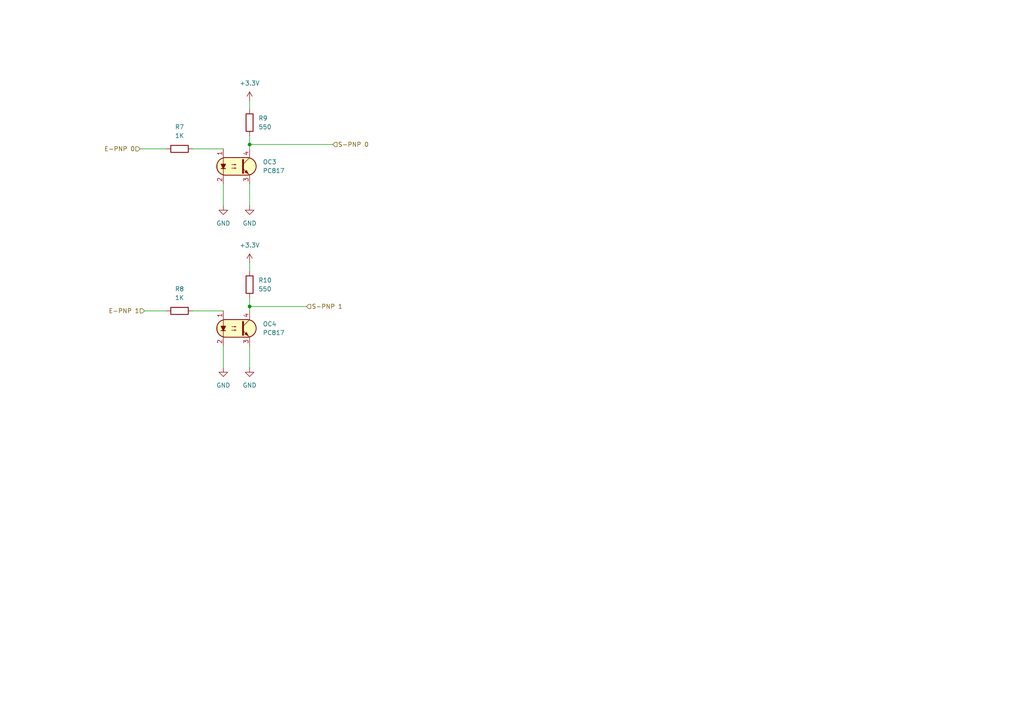
<source format=kicad_sch>
(kicad_sch
	(version 20250114)
	(generator "eeschema")
	(generator_version "9.0")
	(uuid "131ca4c2-cc48-45b8-a492-2a04ad9664dd")
	(paper "A4")
	(lib_symbols
		(symbol "Device:R"
			(pin_numbers
				(hide yes)
			)
			(pin_names
				(offset 0)
			)
			(exclude_from_sim no)
			(in_bom yes)
			(on_board yes)
			(property "Reference" "R"
				(at 2.032 0 90)
				(effects
					(font
						(size 1.27 1.27)
					)
				)
			)
			(property "Value" "R"
				(at 0 0 90)
				(effects
					(font
						(size 1.27 1.27)
					)
				)
			)
			(property "Footprint" ""
				(at -1.778 0 90)
				(effects
					(font
						(size 1.27 1.27)
					)
					(hide yes)
				)
			)
			(property "Datasheet" "~"
				(at 0 0 0)
				(effects
					(font
						(size 1.27 1.27)
					)
					(hide yes)
				)
			)
			(property "Description" "Resistor"
				(at 0 0 0)
				(effects
					(font
						(size 1.27 1.27)
					)
					(hide yes)
				)
			)
			(property "ki_keywords" "R res resistor"
				(at 0 0 0)
				(effects
					(font
						(size 1.27 1.27)
					)
					(hide yes)
				)
			)
			(property "ki_fp_filters" "R_*"
				(at 0 0 0)
				(effects
					(font
						(size 1.27 1.27)
					)
					(hide yes)
				)
			)
			(symbol "R_0_1"
				(rectangle
					(start -1.016 -2.54)
					(end 1.016 2.54)
					(stroke
						(width 0.254)
						(type default)
					)
					(fill
						(type none)
					)
				)
			)
			(symbol "R_1_1"
				(pin passive line
					(at 0 3.81 270)
					(length 1.27)
					(name "~"
						(effects
							(font
								(size 1.27 1.27)
							)
						)
					)
					(number "1"
						(effects
							(font
								(size 1.27 1.27)
							)
						)
					)
				)
				(pin passive line
					(at 0 -3.81 90)
					(length 1.27)
					(name "~"
						(effects
							(font
								(size 1.27 1.27)
							)
						)
					)
					(number "2"
						(effects
							(font
								(size 1.27 1.27)
							)
						)
					)
				)
			)
			(embedded_fonts no)
		)
		(symbol "PCM_Optocoupler_AKL:PC817"
			(pin_names
				(offset 1.016)
			)
			(exclude_from_sim no)
			(in_bom yes)
			(on_board yes)
			(property "Reference" "OC"
				(at 6.35 1.27 0)
				(effects
					(font
						(size 1.27 1.27)
					)
					(justify left)
				)
			)
			(property "Value" "PC817"
				(at 6.35 -1.27 0)
				(effects
					(font
						(size 1.27 1.27)
					)
					(justify left)
				)
			)
			(property "Footprint" "PCM_Package_DIP_AKL:DIP-4_W7.62mm_LongPads"
				(at 6.35 1.27 0)
				(effects
					(font
						(size 1.27 1.27)
						(italic yes)
					)
					(justify left)
					(hide yes)
				)
			)
			(property "Datasheet" "https://www.tme.eu/Document/7534c9f89aa4b1eba4ec90182e378328/PC817_2_3_47.pdf"
				(at 0 0 0)
				(effects
					(font
						(size 1.27 1.27)
					)
					(justify left)
					(hide yes)
				)
			)
			(property "Description" "DIP-4 Optocoupler, Transistor output, 5kV, 4us, Alternate KiCAD Library"
				(at 0 0 0)
				(effects
					(font
						(size 1.27 1.27)
					)
					(hide yes)
				)
			)
			(property "ki_keywords" "NPN Optocoupler transistor output PC817"
				(at 0 0 0)
				(effects
					(font
						(size 1.27 1.27)
					)
					(hide yes)
				)
			)
			(property "ki_fp_filters" "DIP*W7.62mm*"
				(at 0 0 0)
				(effects
					(font
						(size 1.27 1.27)
					)
					(hide yes)
				)
			)
			(symbol "PC817_0_1"
				(polyline
					(pts
						(xy -4.445 -0.635) (xy -3.175 -0.635)
					)
					(stroke
						(width 0.254)
						(type default)
					)
					(fill
						(type none)
					)
				)
				(polyline
					(pts
						(xy -3.81 -0.635) (xy -4.445 0.635) (xy -3.175 0.635) (xy -3.81 -0.635)
					)
					(stroke
						(width 0.254)
						(type default)
					)
					(fill
						(type outline)
					)
				)
				(polyline
					(pts
						(xy -3.81 -2.54) (xy -3.81 -1.27) (xy -3.81 2.54)
					)
					(stroke
						(width 0.1524)
						(type default)
					)
					(fill
						(type none)
					)
				)
				(polyline
					(pts
						(xy -3.175 2.54) (xy 3.175 2.54)
					)
					(stroke
						(width 0.254)
						(type default)
					)
					(fill
						(type none)
					)
				)
				(arc
					(start -3.1975 -2.54)
					(mid -5.7151 0)
					(end -3.1975 2.54)
					(stroke
						(width 0.254)
						(type default)
					)
					(fill
						(type none)
					)
				)
				(polyline
					(pts
						(xy -2.54 2.54) (xy 3.429 2.54) (xy 4.318 2.286) (xy 4.699 2.032) (xy 5.08 1.651) (xy 5.461 1.016)
						(xy 5.715 0.381) (xy 5.715 -0.381) (xy 5.461 -1.143) (xy 4.826 -1.905) (xy 4.191 -2.286) (xy 3.302 -2.54)
						(xy -3.81 -2.54) (xy -3.81 -2.54) (xy -4.572 -2.032) (xy -5.08 -1.778) (xy -5.588 -0.508) (xy -5.588 0.254)
						(xy -5.588 1.016) (xy -5.08 1.778) (xy -4.318 2.286) (xy -3.556 2.54) (xy -2.54 2.54)
					)
					(stroke
						(width 0.01)
						(type default)
					)
					(fill
						(type background)
					)
				)
				(polyline
					(pts
						(xy -1.397 0.508) (xy -0.127 0.508) (xy -0.508 0.381) (xy -0.508 0.635) (xy -0.127 0.508)
					)
					(stroke
						(width 0)
						(type default)
					)
					(fill
						(type none)
					)
				)
				(polyline
					(pts
						(xy -1.397 -0.508) (xy -0.127 -0.508) (xy -0.508 -0.635) (xy -0.508 -0.381) (xy -0.127 -0.508)
					)
					(stroke
						(width 0)
						(type default)
					)
					(fill
						(type none)
					)
				)
				(polyline
					(pts
						(xy 1.905 1.905) (xy 1.905 -1.905) (xy 1.905 -1.905)
					)
					(stroke
						(width 0.508)
						(type default)
					)
					(fill
						(type none)
					)
				)
				(polyline
					(pts
						(xy 1.905 0.635) (xy 3.81 2.54)
					)
					(stroke
						(width 0)
						(type default)
					)
					(fill
						(type none)
					)
				)
				(polyline
					(pts
						(xy 2.413 -1.651) (xy 2.921 -1.143) (xy 3.429 -2.159) (xy 2.413 -1.651) (xy 2.413 -1.651)
					)
					(stroke
						(width 0)
						(type default)
					)
					(fill
						(type outline)
					)
				)
				(arc
					(start 3.1975 2.54)
					(mid 5.7151 0)
					(end 3.1975 -2.54)
					(stroke
						(width 0.254)
						(type default)
					)
					(fill
						(type none)
					)
				)
				(polyline
					(pts
						(xy 3.175 -2.54) (xy -3.175 -2.54)
					)
					(stroke
						(width 0.254)
						(type default)
					)
					(fill
						(type none)
					)
				)
				(polyline
					(pts
						(xy 3.81 -2.54) (xy 1.905 -0.635)
					)
					(stroke
						(width 0)
						(type default)
					)
					(fill
						(type outline)
					)
				)
			)
			(symbol "PC817_1_1"
				(pin passive line
					(at -3.81 5.08 270)
					(length 2.54)
					(name "~"
						(effects
							(font
								(size 1.27 1.27)
							)
						)
					)
					(number "1"
						(effects
							(font
								(size 1.27 1.27)
							)
						)
					)
				)
				(pin passive line
					(at -3.81 -5.08 90)
					(length 2.54)
					(name "~"
						(effects
							(font
								(size 1.27 1.27)
							)
						)
					)
					(number "2"
						(effects
							(font
								(size 1.27 1.27)
							)
						)
					)
				)
				(pin passive line
					(at 3.81 5.08 270)
					(length 2.54)
					(name "~"
						(effects
							(font
								(size 1.27 1.27)
							)
						)
					)
					(number "4"
						(effects
							(font
								(size 1.27 1.27)
							)
						)
					)
				)
				(pin passive line
					(at 3.81 -5.08 90)
					(length 2.54)
					(name "~"
						(effects
							(font
								(size 1.27 1.27)
							)
						)
					)
					(number "3"
						(effects
							(font
								(size 1.27 1.27)
							)
						)
					)
				)
			)
			(embedded_fonts no)
		)
		(symbol "power:+3.3V"
			(power)
			(pin_numbers
				(hide yes)
			)
			(pin_names
				(offset 0)
				(hide yes)
			)
			(exclude_from_sim no)
			(in_bom yes)
			(on_board yes)
			(property "Reference" "#PWR"
				(at 0 -3.81 0)
				(effects
					(font
						(size 1.27 1.27)
					)
					(hide yes)
				)
			)
			(property "Value" "+3.3V"
				(at 0 3.556 0)
				(effects
					(font
						(size 1.27 1.27)
					)
				)
			)
			(property "Footprint" ""
				(at 0 0 0)
				(effects
					(font
						(size 1.27 1.27)
					)
					(hide yes)
				)
			)
			(property "Datasheet" ""
				(at 0 0 0)
				(effects
					(font
						(size 1.27 1.27)
					)
					(hide yes)
				)
			)
			(property "Description" "Power symbol creates a global label with name \"+3.3V\""
				(at 0 0 0)
				(effects
					(font
						(size 1.27 1.27)
					)
					(hide yes)
				)
			)
			(property "ki_keywords" "global power"
				(at 0 0 0)
				(effects
					(font
						(size 1.27 1.27)
					)
					(hide yes)
				)
			)
			(symbol "+3.3V_0_1"
				(polyline
					(pts
						(xy -0.762 1.27) (xy 0 2.54)
					)
					(stroke
						(width 0)
						(type default)
					)
					(fill
						(type none)
					)
				)
				(polyline
					(pts
						(xy 0 2.54) (xy 0.762 1.27)
					)
					(stroke
						(width 0)
						(type default)
					)
					(fill
						(type none)
					)
				)
				(polyline
					(pts
						(xy 0 0) (xy 0 2.54)
					)
					(stroke
						(width 0)
						(type default)
					)
					(fill
						(type none)
					)
				)
			)
			(symbol "+3.3V_1_1"
				(pin power_in line
					(at 0 0 90)
					(length 0)
					(name "~"
						(effects
							(font
								(size 1.27 1.27)
							)
						)
					)
					(number "1"
						(effects
							(font
								(size 1.27 1.27)
							)
						)
					)
				)
			)
			(embedded_fonts no)
		)
		(symbol "power:GND"
			(power)
			(pin_numbers
				(hide yes)
			)
			(pin_names
				(offset 0)
				(hide yes)
			)
			(exclude_from_sim no)
			(in_bom yes)
			(on_board yes)
			(property "Reference" "#PWR"
				(at 0 -6.35 0)
				(effects
					(font
						(size 1.27 1.27)
					)
					(hide yes)
				)
			)
			(property "Value" "GND"
				(at 0 -3.81 0)
				(effects
					(font
						(size 1.27 1.27)
					)
				)
			)
			(property "Footprint" ""
				(at 0 0 0)
				(effects
					(font
						(size 1.27 1.27)
					)
					(hide yes)
				)
			)
			(property "Datasheet" ""
				(at 0 0 0)
				(effects
					(font
						(size 1.27 1.27)
					)
					(hide yes)
				)
			)
			(property "Description" "Power symbol creates a global label with name \"GND\" , ground"
				(at 0 0 0)
				(effects
					(font
						(size 1.27 1.27)
					)
					(hide yes)
				)
			)
			(property "ki_keywords" "global power"
				(at 0 0 0)
				(effects
					(font
						(size 1.27 1.27)
					)
					(hide yes)
				)
			)
			(symbol "GND_0_1"
				(polyline
					(pts
						(xy 0 0) (xy 0 -1.27) (xy 1.27 -1.27) (xy 0 -2.54) (xy -1.27 -1.27) (xy 0 -1.27)
					)
					(stroke
						(width 0)
						(type default)
					)
					(fill
						(type none)
					)
				)
			)
			(symbol "GND_1_1"
				(pin power_in line
					(at 0 0 270)
					(length 0)
					(name "~"
						(effects
							(font
								(size 1.27 1.27)
							)
						)
					)
					(number "1"
						(effects
							(font
								(size 1.27 1.27)
							)
						)
					)
				)
			)
			(embedded_fonts no)
		)
	)
	(junction
		(at 72.39 41.91)
		(diameter 0)
		(color 0 0 0 0)
		(uuid "52ac83f3-a173-47e5-a368-cf04ee96715d")
	)
	(junction
		(at 72.39 88.9)
		(diameter 0)
		(color 0 0 0 0)
		(uuid "5793bf91-55b0-480b-b3d0-bca039484a57")
	)
	(wire
		(pts
			(xy 72.39 88.9) (xy 72.39 90.17)
		)
		(stroke
			(width 0)
			(type default)
		)
		(uuid "0adf9965-095d-472d-97a7-c6c3eb4025c3")
	)
	(wire
		(pts
			(xy 72.39 100.33) (xy 72.39 106.68)
		)
		(stroke
			(width 0)
			(type default)
		)
		(uuid "0fec6ffc-264e-4e8e-90c0-c6991011eac2")
	)
	(wire
		(pts
			(xy 72.39 41.91) (xy 96.52 41.91)
		)
		(stroke
			(width 0)
			(type default)
		)
		(uuid "24379337-26c6-40b0-adf0-afe26f7e7f54")
	)
	(wire
		(pts
			(xy 72.39 86.36) (xy 72.39 88.9)
		)
		(stroke
			(width 0)
			(type default)
		)
		(uuid "24db3960-f071-4295-866e-56c98b24f9d7")
	)
	(wire
		(pts
			(xy 55.88 90.17) (xy 64.77 90.17)
		)
		(stroke
			(width 0)
			(type default)
		)
		(uuid "29ba7014-ad19-4918-8087-916c6061dc92")
	)
	(wire
		(pts
			(xy 40.64 43.18) (xy 48.26 43.18)
		)
		(stroke
			(width 0)
			(type default)
		)
		(uuid "3f3b6216-2d43-4fcd-b1f6-b8da5485c9bd")
	)
	(wire
		(pts
			(xy 64.77 59.69) (xy 64.77 53.34)
		)
		(stroke
			(width 0)
			(type default)
		)
		(uuid "61eef664-ef14-4d96-9368-f28a1ba5331c")
	)
	(wire
		(pts
			(xy 72.39 29.21) (xy 72.39 31.75)
		)
		(stroke
			(width 0)
			(type default)
		)
		(uuid "73f5633f-0f60-4e7e-af9c-73defd4d5dd3")
	)
	(wire
		(pts
			(xy 41.91 90.17) (xy 48.26 90.17)
		)
		(stroke
			(width 0)
			(type default)
		)
		(uuid "74b34dfa-cc88-4119-a36f-f06d7f6888c1")
	)
	(wire
		(pts
			(xy 55.88 43.18) (xy 64.77 43.18)
		)
		(stroke
			(width 0)
			(type default)
		)
		(uuid "7c51c257-ebb7-4dac-a6bb-1a6e26f965d3")
	)
	(wire
		(pts
			(xy 72.39 39.37) (xy 72.39 41.91)
		)
		(stroke
			(width 0)
			(type default)
		)
		(uuid "7d78523a-0b75-4bd7-9893-116a30e659b1")
	)
	(wire
		(pts
			(xy 72.39 76.2) (xy 72.39 78.74)
		)
		(stroke
			(width 0)
			(type default)
		)
		(uuid "9f8f41b8-68f9-434f-8690-df20a0e12831")
	)
	(wire
		(pts
			(xy 72.39 53.34) (xy 72.39 59.69)
		)
		(stroke
			(width 0)
			(type default)
		)
		(uuid "b1c75bac-a73f-449f-9835-40a99365b17f")
	)
	(wire
		(pts
			(xy 64.77 106.68) (xy 64.77 100.33)
		)
		(stroke
			(width 0)
			(type default)
		)
		(uuid "bdc218bf-c537-4dc1-8c1a-ec4740c538df")
	)
	(wire
		(pts
			(xy 72.39 88.9) (xy 88.9 88.9)
		)
		(stroke
			(width 0)
			(type default)
		)
		(uuid "e22867b7-5031-4bec-afec-9650f973bd5a")
	)
	(wire
		(pts
			(xy 72.39 41.91) (xy 72.39 43.18)
		)
		(stroke
			(width 0)
			(type default)
		)
		(uuid "fa9c9dcb-f2d9-4486-bb19-36c7dc6cfaab")
	)
	(hierarchical_label "E-PNP 1"
		(shape input)
		(at 41.91 90.17 180)
		(effects
			(font
				(size 1.27 1.27)
			)
			(justify right)
		)
		(uuid "4c130ce8-4d1d-4bb4-ae20-f843b51dedd6")
	)
	(hierarchical_label "S-PNP 1"
		(shape input)
		(at 88.9 88.9 0)
		(effects
			(font
				(size 1.27 1.27)
			)
			(justify left)
		)
		(uuid "4cf134fb-e8a2-4444-84bc-f862ad915bef")
	)
	(hierarchical_label "S-PNP 0"
		(shape input)
		(at 96.52 41.91 0)
		(effects
			(font
				(size 1.27 1.27)
			)
			(justify left)
		)
		(uuid "61c6483f-2e39-447b-94b7-337523cd3138")
	)
	(hierarchical_label "E-PNP 0"
		(shape input)
		(at 40.64 43.18 180)
		(effects
			(font
				(size 1.27 1.27)
			)
			(justify right)
		)
		(uuid "dc17a73e-be42-4e2f-863d-b769752dfd06")
	)
	(symbol
		(lib_id "Device:R")
		(at 72.39 82.55 180)
		(unit 1)
		(exclude_from_sim no)
		(in_bom yes)
		(on_board yes)
		(dnp no)
		(uuid "0fbb7c8c-53a2-4cbb-97f1-9bad2912ced6")
		(property "Reference" "R10"
			(at 74.93 81.2799 0)
			(effects
				(font
					(size 1.27 1.27)
				)
				(justify right)
			)
		)
		(property "Value" "550"
			(at 74.93 83.82 0)
			(effects
				(font
					(size 1.27 1.27)
				)
				(justify right)
			)
		)
		(property "Footprint" "Resistor_SMD:R_0603_1608Metric"
			(at 74.168 82.55 90)
			(effects
				(font
					(size 1.27 1.27)
				)
				(hide yes)
			)
		)
		(property "Datasheet" "~"
			(at 72.39 82.55 0)
			(effects
				(font
					(size 1.27 1.27)
				)
				(hide yes)
			)
		)
		(property "Description" "Resistor"
			(at 72.39 82.55 0)
			(effects
				(font
					(size 1.27 1.27)
				)
				(hide yes)
			)
		)
		(pin "1"
			(uuid "701b8fd4-f3d5-4d41-9164-ffcb80f34369")
		)
		(pin "2"
			(uuid "d8ed46d8-6e52-4f80-b041-287942a06295")
		)
		(instances
			(project "PCB PICHARDO"
				(path "/a0ccc1c3-98b7-44b4-a982-09e3bf693e4b/78291816-8ba1-49cf-9609-e1c359225404/00e38e78-3ba5-4bd8-a35a-3311bc0d794f"
					(reference "R10")
					(unit 1)
				)
			)
		)
	)
	(symbol
		(lib_id "power:GND")
		(at 72.39 59.69 0)
		(unit 1)
		(exclude_from_sim no)
		(in_bom yes)
		(on_board yes)
		(dnp no)
		(fields_autoplaced yes)
		(uuid "125aa94e-9ab3-4a8e-b164-9e08a90abed0")
		(property "Reference" "#PWR027"
			(at 72.39 66.04 0)
			(effects
				(font
					(size 1.27 1.27)
				)
				(hide yes)
			)
		)
		(property "Value" "GND"
			(at 72.39 64.77 0)
			(effects
				(font
					(size 1.27 1.27)
				)
			)
		)
		(property "Footprint" ""
			(at 72.39 59.69 0)
			(effects
				(font
					(size 1.27 1.27)
				)
				(hide yes)
			)
		)
		(property "Datasheet" ""
			(at 72.39 59.69 0)
			(effects
				(font
					(size 1.27 1.27)
				)
				(hide yes)
			)
		)
		(property "Description" "Power symbol creates a global label with name \"GND\" , ground"
			(at 72.39 59.69 0)
			(effects
				(font
					(size 1.27 1.27)
				)
				(hide yes)
			)
		)
		(pin "1"
			(uuid "30860ace-bc57-4523-8d97-7e7a2717ded3")
		)
		(instances
			(project "PCB PICHARDO"
				(path "/a0ccc1c3-98b7-44b4-a982-09e3bf693e4b/78291816-8ba1-49cf-9609-e1c359225404/00e38e78-3ba5-4bd8-a35a-3311bc0d794f"
					(reference "#PWR027")
					(unit 1)
				)
			)
		)
	)
	(symbol
		(lib_id "PCM_Optocoupler_AKL:PC817")
		(at 68.58 95.25 0)
		(unit 1)
		(exclude_from_sim no)
		(in_bom yes)
		(on_board yes)
		(dnp no)
		(fields_autoplaced yes)
		(uuid "2a74f65a-cb5d-403b-b2b2-9880b45fa416")
		(property "Reference" "OC4"
			(at 76.2 93.9799 0)
			(effects
				(font
					(size 1.27 1.27)
				)
				(justify left)
			)
		)
		(property "Value" "PC817"
			(at 76.2 96.5199 0)
			(effects
				(font
					(size 1.27 1.27)
				)
				(justify left)
			)
		)
		(property "Footprint" "Package_DIP:DIP-4_W7.62mm_SMDSocket_SmallPads"
			(at 74.93 93.98 0)
			(effects
				(font
					(size 1.27 1.27)
					(italic yes)
				)
				(justify left)
				(hide yes)
			)
		)
		(property "Datasheet" "https://www.tme.eu/Document/7534c9f89aa4b1eba4ec90182e378328/PC817_2_3_47.pdf"
			(at 68.58 95.25 0)
			(effects
				(font
					(size 1.27 1.27)
				)
				(justify left)
				(hide yes)
			)
		)
		(property "Description" "DIP-4 Optocoupler, Transistor output, 5kV, 4us, Alternate KiCAD Library"
			(at 68.58 95.25 0)
			(effects
				(font
					(size 1.27 1.27)
				)
				(hide yes)
			)
		)
		(pin "3"
			(uuid "b3950b14-3b85-4b0d-a818-c58b46e05a74")
		)
		(pin "2"
			(uuid "85e8c77e-bafb-4443-8dda-9fa073c82951")
		)
		(pin "4"
			(uuid "9f0a4664-05b1-4b30-98ac-26fa744c59da")
		)
		(pin "1"
			(uuid "7db2412f-6156-4397-bdf0-c2558d191972")
		)
		(instances
			(project "PCB PICHARDO"
				(path "/a0ccc1c3-98b7-44b4-a982-09e3bf693e4b/78291816-8ba1-49cf-9609-e1c359225404/00e38e78-3ba5-4bd8-a35a-3311bc0d794f"
					(reference "OC4")
					(unit 1)
				)
			)
		)
	)
	(symbol
		(lib_id "power:+3.3V")
		(at 72.39 29.21 0)
		(unit 1)
		(exclude_from_sim no)
		(in_bom yes)
		(on_board yes)
		(dnp no)
		(fields_autoplaced yes)
		(uuid "5a5124f8-d7d2-4672-83ee-9c565eb54952")
		(property "Reference" "#PWR026"
			(at 72.39 33.02 0)
			(effects
				(font
					(size 1.27 1.27)
				)
				(hide yes)
			)
		)
		(property "Value" "+3.3V"
			(at 72.39 24.13 0)
			(effects
				(font
					(size 1.27 1.27)
				)
			)
		)
		(property "Footprint" ""
			(at 72.39 29.21 0)
			(effects
				(font
					(size 1.27 1.27)
				)
				(hide yes)
			)
		)
		(property "Datasheet" ""
			(at 72.39 29.21 0)
			(effects
				(font
					(size 1.27 1.27)
				)
				(hide yes)
			)
		)
		(property "Description" "Power symbol creates a global label with name \"+3.3V\""
			(at 72.39 29.21 0)
			(effects
				(font
					(size 1.27 1.27)
				)
				(hide yes)
			)
		)
		(pin "1"
			(uuid "beaf1398-d6d0-4f90-b809-4ab4bd619f91")
		)
		(instances
			(project "PCB PICHARDO"
				(path "/a0ccc1c3-98b7-44b4-a982-09e3bf693e4b/78291816-8ba1-49cf-9609-e1c359225404/00e38e78-3ba5-4bd8-a35a-3311bc0d794f"
					(reference "#PWR026")
					(unit 1)
				)
			)
		)
	)
	(symbol
		(lib_id "Device:R")
		(at 52.07 90.17 90)
		(unit 1)
		(exclude_from_sim no)
		(in_bom yes)
		(on_board yes)
		(dnp no)
		(fields_autoplaced yes)
		(uuid "5cbef477-183d-4db5-9e16-821bbf9822de")
		(property "Reference" "R8"
			(at 52.07 83.82 90)
			(effects
				(font
					(size 1.27 1.27)
				)
			)
		)
		(property "Value" "1K"
			(at 52.07 86.36 90)
			(effects
				(font
					(size 1.27 1.27)
				)
			)
		)
		(property "Footprint" "Resistor_SMD:R_0603_1608Metric"
			(at 52.07 91.948 90)
			(effects
				(font
					(size 1.27 1.27)
				)
				(hide yes)
			)
		)
		(property "Datasheet" "~"
			(at 52.07 90.17 0)
			(effects
				(font
					(size 1.27 1.27)
				)
				(hide yes)
			)
		)
		(property "Description" "Resistor"
			(at 52.07 90.17 0)
			(effects
				(font
					(size 1.27 1.27)
				)
				(hide yes)
			)
		)
		(pin "1"
			(uuid "51081d7f-e6e0-40f9-af0a-92e71dba8443")
		)
		(pin "2"
			(uuid "9a8ca082-b089-4872-8879-28b16c0abffa")
		)
		(instances
			(project "PCB PICHARDO"
				(path "/a0ccc1c3-98b7-44b4-a982-09e3bf693e4b/78291816-8ba1-49cf-9609-e1c359225404/00e38e78-3ba5-4bd8-a35a-3311bc0d794f"
					(reference "R8")
					(unit 1)
				)
			)
		)
	)
	(symbol
		(lib_id "power:GND")
		(at 64.77 59.69 0)
		(unit 1)
		(exclude_from_sim no)
		(in_bom yes)
		(on_board yes)
		(dnp no)
		(fields_autoplaced yes)
		(uuid "b6c560c7-1286-4f23-b179-2ddeefe4bcb8")
		(property "Reference" "#PWR024"
			(at 64.77 66.04 0)
			(effects
				(font
					(size 1.27 1.27)
				)
				(hide yes)
			)
		)
		(property "Value" "GND"
			(at 64.77 64.77 0)
			(effects
				(font
					(size 1.27 1.27)
				)
			)
		)
		(property "Footprint" ""
			(at 64.77 59.69 0)
			(effects
				(font
					(size 1.27 1.27)
				)
				(hide yes)
			)
		)
		(property "Datasheet" ""
			(at 64.77 59.69 0)
			(effects
				(font
					(size 1.27 1.27)
				)
				(hide yes)
			)
		)
		(property "Description" "Power symbol creates a global label with name \"GND\" , ground"
			(at 64.77 59.69 0)
			(effects
				(font
					(size 1.27 1.27)
				)
				(hide yes)
			)
		)
		(pin "1"
			(uuid "5acaba88-2a9e-45dd-92d9-be8cc8db7d42")
		)
		(instances
			(project "PCB PICHARDO"
				(path "/a0ccc1c3-98b7-44b4-a982-09e3bf693e4b/78291816-8ba1-49cf-9609-e1c359225404/00e38e78-3ba5-4bd8-a35a-3311bc0d794f"
					(reference "#PWR024")
					(unit 1)
				)
			)
		)
	)
	(symbol
		(lib_id "Device:R")
		(at 52.07 43.18 90)
		(unit 1)
		(exclude_from_sim no)
		(in_bom yes)
		(on_board yes)
		(dnp no)
		(fields_autoplaced yes)
		(uuid "c0f68e75-eaa0-4d1e-af76-3c633dcbc29b")
		(property "Reference" "R7"
			(at 52.07 36.83 90)
			(effects
				(font
					(size 1.27 1.27)
				)
			)
		)
		(property "Value" "1K"
			(at 52.07 39.37 90)
			(effects
				(font
					(size 1.27 1.27)
				)
			)
		)
		(property "Footprint" "Resistor_SMD:R_0603_1608Metric"
			(at 52.07 44.958 90)
			(effects
				(font
					(size 1.27 1.27)
				)
				(hide yes)
			)
		)
		(property "Datasheet" "~"
			(at 52.07 43.18 0)
			(effects
				(font
					(size 1.27 1.27)
				)
				(hide yes)
			)
		)
		(property "Description" "Resistor"
			(at 52.07 43.18 0)
			(effects
				(font
					(size 1.27 1.27)
				)
				(hide yes)
			)
		)
		(pin "1"
			(uuid "29899bcd-b07b-46d5-b2e5-06931e28d9aa")
		)
		(pin "2"
			(uuid "648f00f5-21c9-453b-9e4f-acc51342bcec")
		)
		(instances
			(project "PCB PICHARDO"
				(path "/a0ccc1c3-98b7-44b4-a982-09e3bf693e4b/78291816-8ba1-49cf-9609-e1c359225404/00e38e78-3ba5-4bd8-a35a-3311bc0d794f"
					(reference "R7")
					(unit 1)
				)
			)
		)
	)
	(symbol
		(lib_id "power:+3.3V")
		(at 72.39 76.2 0)
		(unit 1)
		(exclude_from_sim no)
		(in_bom yes)
		(on_board yes)
		(dnp no)
		(fields_autoplaced yes)
		(uuid "cb872415-7a5e-4cfd-8670-0f333a552e51")
		(property "Reference" "#PWR028"
			(at 72.39 80.01 0)
			(effects
				(font
					(size 1.27 1.27)
				)
				(hide yes)
			)
		)
		(property "Value" "+3.3V"
			(at 72.39 71.12 0)
			(effects
				(font
					(size 1.27 1.27)
				)
			)
		)
		(property "Footprint" ""
			(at 72.39 76.2 0)
			(effects
				(font
					(size 1.27 1.27)
				)
				(hide yes)
			)
		)
		(property "Datasheet" ""
			(at 72.39 76.2 0)
			(effects
				(font
					(size 1.27 1.27)
				)
				(hide yes)
			)
		)
		(property "Description" "Power symbol creates a global label with name \"+3.3V\""
			(at 72.39 76.2 0)
			(effects
				(font
					(size 1.27 1.27)
				)
				(hide yes)
			)
		)
		(pin "1"
			(uuid "4a882bf6-3ef5-459a-8e1f-66dee3f7fe63")
		)
		(instances
			(project "PCB PICHARDO"
				(path "/a0ccc1c3-98b7-44b4-a982-09e3bf693e4b/78291816-8ba1-49cf-9609-e1c359225404/00e38e78-3ba5-4bd8-a35a-3311bc0d794f"
					(reference "#PWR028")
					(unit 1)
				)
			)
		)
	)
	(symbol
		(lib_id "power:GND")
		(at 72.39 106.68 0)
		(unit 1)
		(exclude_from_sim no)
		(in_bom yes)
		(on_board yes)
		(dnp no)
		(fields_autoplaced yes)
		(uuid "d112d4fd-cfa3-4270-816e-6b3263f9f09c")
		(property "Reference" "#PWR029"
			(at 72.39 113.03 0)
			(effects
				(font
					(size 1.27 1.27)
				)
				(hide yes)
			)
		)
		(property "Value" "GND"
			(at 72.39 111.76 0)
			(effects
				(font
					(size 1.27 1.27)
				)
			)
		)
		(property "Footprint" ""
			(at 72.39 106.68 0)
			(effects
				(font
					(size 1.27 1.27)
				)
				(hide yes)
			)
		)
		(property "Datasheet" ""
			(at 72.39 106.68 0)
			(effects
				(font
					(size 1.27 1.27)
				)
				(hide yes)
			)
		)
		(property "Description" "Power symbol creates a global label with name \"GND\" , ground"
			(at 72.39 106.68 0)
			(effects
				(font
					(size 1.27 1.27)
				)
				(hide yes)
			)
		)
		(pin "1"
			(uuid "442d9759-2e90-4f95-83ea-2c93f19476a3")
		)
		(instances
			(project "PCB PICHARDO"
				(path "/a0ccc1c3-98b7-44b4-a982-09e3bf693e4b/78291816-8ba1-49cf-9609-e1c359225404/00e38e78-3ba5-4bd8-a35a-3311bc0d794f"
					(reference "#PWR029")
					(unit 1)
				)
			)
		)
	)
	(symbol
		(lib_id "Device:R")
		(at 72.39 35.56 180)
		(unit 1)
		(exclude_from_sim no)
		(in_bom yes)
		(on_board yes)
		(dnp no)
		(uuid "d684b502-372d-4bb5-a5cb-d8303c8f2cda")
		(property "Reference" "R9"
			(at 74.93 34.2899 0)
			(effects
				(font
					(size 1.27 1.27)
				)
				(justify right)
			)
		)
		(property "Value" "550"
			(at 74.93 36.83 0)
			(effects
				(font
					(size 1.27 1.27)
				)
				(justify right)
			)
		)
		(property "Footprint" "Resistor_SMD:R_0603_1608Metric"
			(at 74.168 35.56 90)
			(effects
				(font
					(size 1.27 1.27)
				)
				(hide yes)
			)
		)
		(property "Datasheet" "~"
			(at 72.39 35.56 0)
			(effects
				(font
					(size 1.27 1.27)
				)
				(hide yes)
			)
		)
		(property "Description" "Resistor"
			(at 72.39 35.56 0)
			(effects
				(font
					(size 1.27 1.27)
				)
				(hide yes)
			)
		)
		(pin "1"
			(uuid "30cdc265-9d9b-4f88-b3fd-d62eeb231a47")
		)
		(pin "2"
			(uuid "facb416a-8ef6-4d77-b0e6-68ae285efb5e")
		)
		(instances
			(project "PCB PICHARDO"
				(path "/a0ccc1c3-98b7-44b4-a982-09e3bf693e4b/78291816-8ba1-49cf-9609-e1c359225404/00e38e78-3ba5-4bd8-a35a-3311bc0d794f"
					(reference "R9")
					(unit 1)
				)
			)
		)
	)
	(symbol
		(lib_id "PCM_Optocoupler_AKL:PC817")
		(at 68.58 48.26 0)
		(unit 1)
		(exclude_from_sim no)
		(in_bom yes)
		(on_board yes)
		(dnp no)
		(fields_autoplaced yes)
		(uuid "eace3eec-768d-4166-95d9-019f7a17399d")
		(property "Reference" "OC3"
			(at 76.2 46.9899 0)
			(effects
				(font
					(size 1.27 1.27)
				)
				(justify left)
			)
		)
		(property "Value" "PC817"
			(at 76.2 49.5299 0)
			(effects
				(font
					(size 1.27 1.27)
				)
				(justify left)
			)
		)
		(property "Footprint" "Package_DIP:DIP-4_W7.62mm_SMDSocket_SmallPads"
			(at 74.93 46.99 0)
			(effects
				(font
					(size 1.27 1.27)
					(italic yes)
				)
				(justify left)
				(hide yes)
			)
		)
		(property "Datasheet" "https://www.tme.eu/Document/7534c9f89aa4b1eba4ec90182e378328/PC817_2_3_47.pdf"
			(at 68.58 48.26 0)
			(effects
				(font
					(size 1.27 1.27)
				)
				(justify left)
				(hide yes)
			)
		)
		(property "Description" "DIP-4 Optocoupler, Transistor output, 5kV, 4us, Alternate KiCAD Library"
			(at 68.58 48.26 0)
			(effects
				(font
					(size 1.27 1.27)
				)
				(hide yes)
			)
		)
		(pin "3"
			(uuid "b5838d82-7a01-4b5c-9922-8cdf14073bab")
		)
		(pin "2"
			(uuid "d2c9e5e4-2953-42d4-b3bb-dd7714242701")
		)
		(pin "4"
			(uuid "5a9f2a55-abbd-47b5-bb00-027ef7c8dd15")
		)
		(pin "1"
			(uuid "536c1e9a-3c5e-4fdf-9c0a-8e8965e8e865")
		)
		(instances
			(project "PCB PICHARDO"
				(path "/a0ccc1c3-98b7-44b4-a982-09e3bf693e4b/78291816-8ba1-49cf-9609-e1c359225404/00e38e78-3ba5-4bd8-a35a-3311bc0d794f"
					(reference "OC3")
					(unit 1)
				)
			)
		)
	)
	(symbol
		(lib_id "power:GND")
		(at 64.77 106.68 0)
		(unit 1)
		(exclude_from_sim no)
		(in_bom yes)
		(on_board yes)
		(dnp no)
		(fields_autoplaced yes)
		(uuid "ec12460d-21d1-43d4-9e5e-6b7f00c29935")
		(property "Reference" "#PWR025"
			(at 64.77 113.03 0)
			(effects
				(font
					(size 1.27 1.27)
				)
				(hide yes)
			)
		)
		(property "Value" "GND"
			(at 64.77 111.76 0)
			(effects
				(font
					(size 1.27 1.27)
				)
			)
		)
		(property "Footprint" ""
			(at 64.77 106.68 0)
			(effects
				(font
					(size 1.27 1.27)
				)
				(hide yes)
			)
		)
		(property "Datasheet" ""
			(at 64.77 106.68 0)
			(effects
				(font
					(size 1.27 1.27)
				)
				(hide yes)
			)
		)
		(property "Description" "Power symbol creates a global label with name \"GND\" , ground"
			(at 64.77 106.68 0)
			(effects
				(font
					(size 1.27 1.27)
				)
				(hide yes)
			)
		)
		(pin "1"
			(uuid "3de13cd7-f8f3-4db1-9dc6-582c2539cdda")
		)
		(instances
			(project "PCB PICHARDO"
				(path "/a0ccc1c3-98b7-44b4-a982-09e3bf693e4b/78291816-8ba1-49cf-9609-e1c359225404/00e38e78-3ba5-4bd8-a35a-3311bc0d794f"
					(reference "#PWR025")
					(unit 1)
				)
			)
		)
	)
)

</source>
